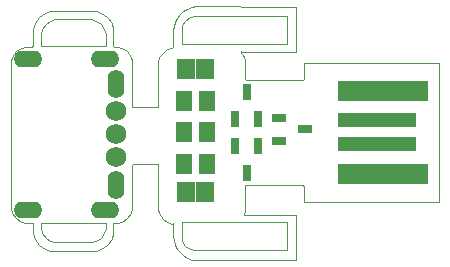
<source format=gts>
%FSTAX23Y23*%
%MOIN*%
%SFA1B1*%

%IPPOS*%
%ADD15C,0.002700*%
%ADD21R,0.048850X0.028950*%
%ADD22R,0.031620X0.053280*%
%ADD23R,0.055240X0.065090*%
%ADD24R,0.304000X0.068000*%
%ADD25R,0.264000X0.048000*%
%ADD26R,0.061150X0.065090*%
%ADD27R,0.059180X0.065090*%
%ADD28O,0.094610X0.055240*%
%ADD29O,0.055240X0.094610*%
%ADD30C,0.068000*%
%LNusb-1*%
%LPD*%
G54D15*
X01252Y01211D02*
D01*
D01*
G75*
G03X01251Y01212I-00001J0D01*
G74*G01*
Y018D02*
D01*
D01*
G75*
G03X01252Y01802I0J00001D01*
G74*G01*
X01521D02*
D01*
D01*
G75*
G03X01522Y018I00001J0D01*
G74*G01*
X0172Y01798D02*
D01*
D01*
G75*
G03X01721Y01799I-0J00001D01*
G74*G01*
X01947Y01783D02*
D01*
D01*
G75*
G03X01946Y0178I0J-00001D01*
G74*G01*
X0196Y01692D02*
D01*
D01*
G75*
G03X01962Y0169I00001J0D01*
G74*G01*
X02157Y01693D02*
D01*
D01*
G75*
G03X02157Y01695I-00002J00001D01*
G74*G01*
Y01335D02*
D01*
D01*
G75*
G03X02157Y01335I-00002J0D01*
G74*G01*
X01962Y01338D02*
D01*
D01*
G75*
G03X0196Y01336I0J-00001D01*
G74*G01*
X01955Y01242D02*
D01*
D01*
G75*
G03X01957Y0124I00001J-0D01*
G74*G01*
X01721Y01209D02*
D01*
D01*
G75*
G03X0172Y0121I-00001J-0D01*
G74*G01*
X01522Y01212D02*
D01*
D01*
G75*
G03X01521Y01211I0J-00001D01*
G74*G01*
X01583Y01599D02*
X01585Y01598D01*
X01669D02*
X0167Y01599D01*
X01583Y01407D02*
X01585Y01409D01*
X01669D02*
X0167Y01407D01*
X02154Y0169D02*
X02157Y01693D01*
X01962Y0169D02*
X02154D01*
X02154Y01338D02*
X02157Y01335D01*
X02157Y01335D02*
Y01335D01*
X01962Y01338D02*
X02154D01*
X01776Y01125D02*
X01792Y01121D01*
X01761Y01137D02*
X01776Y01125D01*
X01751Y01153D02*
X01761Y01137D01*
X01748Y01166D02*
X01751Y01153D01*
X01748Y01166D02*
Y01214D01*
X02099*
Y01122D02*
Y01214D01*
X02096Y01122D02*
X02099Y01122D01*
X02087Y01122D02*
X02096Y01122D01*
X02074Y01122D02*
X02087Y01122D01*
X02056Y01122D02*
X02074Y01122D01*
X02035Y01122D02*
X02056Y01122D01*
X02012Y01122D02*
X02035Y01122D01*
X01987Y01122D02*
X02012Y01122D01*
X0196Y01122D02*
X01987Y01122D01*
X01933Y01122D02*
X0196Y01122D01*
X01907Y01121D02*
X01933Y01122D01*
X01882Y01121D02*
X01907Y01121D01*
X01858Y01121D02*
X01882Y01121D01*
X01837Y01121D02*
X01858Y01121D01*
X0182Y01121D02*
X01837Y01121D01*
X01806Y01121D02*
X0182Y01121D01*
X018Y01121D02*
X01806Y01121D01*
X01792Y01121D02*
X018D01*
X01295Y01163D02*
X01311Y01152D01*
X01327Y01148*
X01447*
X01463Y01152*
X0148Y01163*
X01491Y0118*
X01496Y01196*
Y01213*
X01279D02*
X01496D01*
X01279Y01196D02*
Y01213D01*
Y01196D02*
X01283Y0118D01*
X01295Y01163*
X01279Y01801D02*
X01496D01*
Y01843*
X01491Y01859D02*
X01496Y01843D01*
X0148Y01876D02*
X01491Y01859D01*
X01463Y01887D02*
X0148Y01876D01*
X01447Y01891D02*
X01463Y01887D01*
X01327Y01891D02*
X01447D01*
X01311Y01887D02*
X01327Y01891D01*
X01295Y01876D02*
X01311Y01887D01*
X01283Y01859D02*
X01295Y01876D01*
X01279Y01843D02*
X01283Y01859D01*
X01279Y01801D02*
Y01843D01*
X01748Y0181D02*
X02099D01*
Y01902*
X02096Y01902D02*
X02099Y01902D01*
X02087Y01902D02*
X02096Y01902D01*
X02074Y01902D02*
X02087Y01902D01*
X02056Y01902D02*
X02074Y01902D01*
X02035Y01902D02*
X02056Y01902D01*
X02012Y01902D02*
X02035Y01902D01*
X01987Y01903D02*
X02012Y01902D01*
X0196Y01903D02*
X01987Y01903D01*
X01933Y01903D02*
X0196Y01903D01*
X01907Y01903D02*
X01933Y01903D01*
X01882Y01903D02*
X01907Y01903D01*
X01858Y01903D02*
X01882Y01903D01*
X01837Y01903D02*
X01858Y01903D01*
X0182Y01903D02*
X01837Y01903D01*
X01806Y01903D02*
X0182Y01903D01*
X018Y01903D02*
X01806Y01903D01*
X01792Y01903D02*
X018D01*
X01776Y01899D02*
X01792Y01903D01*
X01761Y01887D02*
X01776Y01899D01*
X01751Y01872D02*
X01761Y01887D01*
X01748Y01858D02*
X01751Y01872D01*
X01748Y0181D02*
Y01858D01*
X01272Y01138D02*
X01292Y01124D01*
X01258Y01159D02*
X01272Y01138D01*
X01252Y01178D02*
X01258Y01159D01*
X01252Y01178D02*
Y01211D01*
X01229Y01212D02*
X01251D01*
X01213Y01217D02*
X01229Y01212D01*
X01195Y01228D02*
X01213Y01217D01*
X01184Y01246D02*
X01195Y01228D01*
X0118Y01261D02*
X01184Y01246D01*
X0118Y01261D02*
Y01752D01*
X01184Y01767*
X01195Y01785*
X01213Y01796*
X01229Y018*
X01251*
X01252Y01802D02*
Y01859D01*
X01258Y01878*
X01272Y01899*
X01292Y01913*
X01311Y01918*
X01462*
X01481Y01913*
X01501Y01899*
X01516Y01878*
X01521Y01859*
Y01802D02*
Y01859D01*
X01522Y018D02*
X01534D01*
X0155Y01796*
X01567Y01785*
X01579Y01767*
X01583Y01752*
Y01599D02*
Y01752D01*
X01585Y01598D02*
X01669D01*
X0167Y01599D02*
Y01749D01*
X01674Y01764*
X01685Y0178*
X017Y01792*
X01715Y01797*
X0172Y01798*
X01721Y01799D02*
Y01857D01*
X01722Y01868*
X01726Y01882*
X01733Y01896*
X01742Y01908*
X01753Y01919*
X01767Y01927*
X01783Y01932*
X01797Y01934*
X01805*
X01814Y01934*
X01832Y01934*
X01852Y01934*
X01876Y01934*
X01902Y01934*
X0193Y01934*
X01959Y01933*
X01987Y01933*
X02015Y01933*
X02042Y01933*
X02066Y01933*
X02088Y01932*
X02106Y01932*
X0212Y01932*
X02129Y01932*
X02131Y01932*
Y01783D02*
Y01932D01*
X01947Y01783D02*
X02131D01*
X01946Y0178D02*
X01947Y01779D01*
X01952Y01773*
X01956Y01764*
X01959Y01754*
X0196Y01746*
Y01692D02*
Y01746D01*
X02157Y01695D02*
Y01747D01*
X02607*
Y01282D02*
Y01747D01*
X02157Y01282D02*
X02607D01*
X02157D02*
Y01335D01*
X0196Y01261D02*
Y01336D01*
X01959Y01252D02*
X0196Y01261D01*
X01956Y01243D02*
X01959Y01252D01*
X01955Y01242D02*
X01956Y01243D01*
X01957Y0124D02*
X02131D01*
Y0109D02*
Y0124D01*
X02129Y0109D02*
X02131Y0109D01*
X0212Y0109D02*
X02129Y0109D01*
X02106Y0109D02*
X0212Y0109D01*
X02088Y0109D02*
X02106Y0109D01*
X02066Y0109D02*
X02088Y0109D01*
X02042Y0109D02*
X02066Y0109D01*
X02015Y0109D02*
X02042Y0109D01*
X01987Y01089D02*
X02015Y0109D01*
X01959Y01089D02*
X01987Y01089D01*
X0193Y01089D02*
X01959Y01089D01*
X01902Y01089D02*
X0193Y01089D01*
X01876Y01089D02*
X01902Y01089D01*
X01852Y01088D02*
X01876Y01089D01*
X01832Y01088D02*
X01852Y01088D01*
X01814Y01088D02*
X01832Y01088D01*
X01805Y01088D02*
X01814Y01088D01*
X01797Y01088D02*
X01805D01*
X01783Y0109D02*
X01797Y01088D01*
X01767Y01095D02*
X01783Y0109D01*
X01753Y01104D02*
X01767Y01095D01*
X01742Y01114D02*
X01753Y01104D01*
X01733Y01127D02*
X01742Y01114D01*
X01726Y0114D02*
X01733Y01127D01*
X01722Y01155D02*
X01726Y0114D01*
X01721Y01165D02*
X01722Y01155D01*
X01721Y01165D02*
Y01209D01*
X01715Y0121D02*
X0172Y0121D01*
X017Y01215D02*
X01715Y0121D01*
X01685Y01227D02*
X017Y01215D01*
X01674Y01244D02*
X01685Y01227D01*
X0167Y01259D02*
X01674Y01244D01*
X0167Y01259D02*
Y01407D01*
X01585Y01409D02*
X01669D01*
X01583Y01261D02*
Y01407D01*
X01579Y01246D02*
X01583Y01261D01*
X01567Y01228D02*
X01579Y01246D01*
X0155Y01217D02*
X01567Y01228D01*
X01534Y01212D02*
X0155Y01217D01*
X01522Y01212D02*
X01534D01*
X01521Y01178D02*
Y01211D01*
X01516Y01159D02*
X01521Y01178D01*
X01501Y01138D02*
X01516Y01159D01*
X01481Y01124D02*
X01501Y01138D01*
X01462Y01119D02*
X01481Y01124D01*
X01311Y01119D02*
X01462D01*
X01292Y01124D02*
X01311Y01119D01*
G54D21*
X0216Y01525D03*
X02073Y01487D03*
Y01562D03*
G54D22*
X01927Y0156D03*
X02002D03*
X01965Y01649D03*
X02002Y01469D03*
X01927D03*
X01965Y0138D03*
G54D23*
X01755Y0141D03*
X01834D03*
X01755Y01515D03*
X01834D03*
X01755Y0162D03*
X01834D03*
G54D24*
X02419Y01652D03*
Y01377D03*
G54D25*
X024Y01554D03*
Y01475D03*
G54D26*
X01827Y01725D03*
X01762D03*
G54D27*
X01763Y01315D03*
X01826D03*
G54D28*
X01235Y01256D03*
Y0176D03*
X01492Y01256D03*
Y0176D03*
G54D29*
X01528Y0134D03*
Y01675D03*
G54D30*
X01528Y01432D03*
Y01508D03*
Y01584D03*
M02*
</source>
